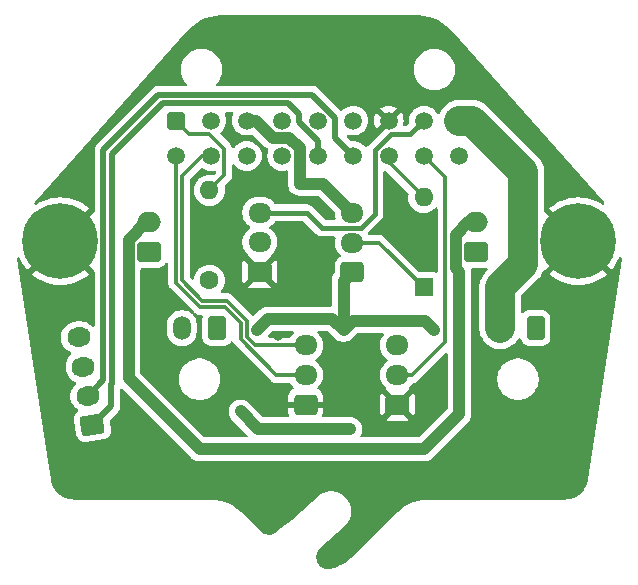
<source format=gtl>
%TF.GenerationSoftware,KiCad,Pcbnew,8.0.8*%
%TF.CreationDate,2025-01-29T22:29:45+01:00*%
%TF.ProjectId,xol-pcb,786f6c2d-7063-4622-9e6b-696361645f70,rev?*%
%TF.SameCoordinates,Original*%
%TF.FileFunction,Copper,L1,Top*%
%TF.FilePolarity,Positive*%
%FSLAX46Y46*%
G04 Gerber Fmt 4.6, Leading zero omitted, Abs format (unit mm)*
G04 Created by KiCad (PCBNEW 8.0.8) date 2025-01-29 22:29:45*
%MOMM*%
%LPD*%
G01*
G04 APERTURE LIST*
G04 Aperture macros list*
%AMRoundRect*
0 Rectangle with rounded corners*
0 $1 Rounding radius*
0 $2 $3 $4 $5 $6 $7 $8 $9 X,Y pos of 4 corners*
0 Add a 4 corners polygon primitive as box body*
4,1,4,$2,$3,$4,$5,$6,$7,$8,$9,$2,$3,0*
0 Add four circle primitives for the rounded corners*
1,1,$1+$1,$2,$3*
1,1,$1+$1,$4,$5*
1,1,$1+$1,$6,$7*
1,1,$1+$1,$8,$9*
0 Add four rect primitives between the rounded corners*
20,1,$1+$1,$2,$3,$4,$5,0*
20,1,$1+$1,$4,$5,$6,$7,0*
20,1,$1+$1,$6,$7,$8,$9,0*
20,1,$1+$1,$8,$9,$2,$3,0*%
%AMHorizOval*
0 Thick line with rounded ends*
0 $1 width*
0 $2 $3 position (X,Y) of the first rounded end (center of the circle)*
0 $4 $5 position (X,Y) of the second rounded end (center of the circle)*
0 Add line between two ends*
20,1,$1,$2,$3,$4,$5,0*
0 Add two circle primitives to create the rounded ends*
1,1,$1,$2,$3*
1,1,$1,$4,$5*%
G04 Aperture macros list end*
%TA.AperFunction,ComponentPad*%
%ADD10RoundRect,0.250001X0.499999X0.759999X-0.499999X0.759999X-0.499999X-0.759999X0.499999X-0.759999X0*%
%TD*%
%TA.AperFunction,ComponentPad*%
%ADD11O,1.500000X2.020000*%
%TD*%
%TA.AperFunction,ComponentPad*%
%ADD12RoundRect,0.250000X0.750000X-0.600000X0.750000X0.600000X-0.750000X0.600000X-0.750000X-0.600000X0*%
%TD*%
%TA.AperFunction,ComponentPad*%
%ADD13O,2.000000X1.700000*%
%TD*%
%TA.AperFunction,ComponentPad*%
%ADD14C,1.600000*%
%TD*%
%TA.AperFunction,ComponentPad*%
%ADD15O,1.600000X1.600000*%
%TD*%
%TA.AperFunction,ComponentPad*%
%ADD16C,6.400000*%
%TD*%
%TA.AperFunction,ComponentPad*%
%ADD17RoundRect,0.250000X0.725000X-0.600000X0.725000X0.600000X-0.725000X0.600000X-0.725000X-0.600000X0*%
%TD*%
%TA.AperFunction,ComponentPad*%
%ADD18O,1.950000X1.700000*%
%TD*%
%TA.AperFunction,ComponentPad*%
%ADD19RoundRect,0.250001X-0.499999X-0.499999X0.499999X-0.499999X0.499999X0.499999X-0.499999X0.499999X0*%
%TD*%
%TA.AperFunction,ComponentPad*%
%ADD20C,1.500000*%
%TD*%
%TA.AperFunction,ComponentPad*%
%ADD21R,1.600000X1.600000*%
%TD*%
%TA.AperFunction,ComponentPad*%
%ADD22RoundRect,0.250000X0.809935X-0.479198X0.622213X0.706028X-0.809935X0.479198X-0.622213X-0.706028X0*%
%TD*%
%TA.AperFunction,ComponentPad*%
%ADD23HorizOval,1.700000X0.123461X0.019554X-0.123461X-0.019554X0*%
%TD*%
%TA.AperFunction,ViaPad*%
%ADD24C,0.800000*%
%TD*%
%TA.AperFunction,Conductor*%
%ADD25C,0.300000*%
%TD*%
%TA.AperFunction,Conductor*%
%ADD26C,0.500000*%
%TD*%
%TA.AperFunction,Conductor*%
%ADD27C,2.500000*%
%TD*%
%TA.AperFunction,Conductor*%
%ADD28C,1.000000*%
%TD*%
%TA.AperFunction,Conductor*%
%ADD29C,0.400000*%
%TD*%
G04 APERTURE END LIST*
D10*
%TO.P,HE1,1,Pin_1*%
%TO.N,HE-*%
X75946000Y-56736000D03*
D11*
%TO.P,HE1,2,Pin_2*%
%TO.N,HE+*%
X72946000Y-56736000D03*
%TD*%
D12*
%TO.P,PCF1,1,Pin_1*%
%TO.N,PCF+*%
X43180000Y-50292000D03*
D13*
%TO.P,PCF1,2,Pin_2*%
%TO.N,PCF-*%
X43180000Y-47792000D03*
%TD*%
D14*
%TO.P,R1,1*%
%TO.N,Net-(RGB1-Pin_2)*%
X48330000Y-52690000D03*
D15*
%TO.P,R1,2*%
%TO.N,RGB*%
X48330000Y-45070000D03*
%TD*%
D10*
%TO.P,TH1,1,Pin_1*%
%TO.N,TH*%
X49000000Y-56736000D03*
D11*
%TO.P,TH1,2,Pin_2*%
%TO.N,TH-*%
X46000000Y-56736000D03*
%TD*%
D16*
%TO.P,H1,1,1*%
%TO.N,GND*%
X79559001Y-49376179D03*
%TD*%
%TO.P,H2,1,1*%
%TO.N,GND*%
X35709001Y-49376179D03*
%TD*%
D17*
%TO.P,AUX1,1,Pin_1*%
%TO.N,GND*%
X64245000Y-63206000D03*
D18*
%TO.P,AUX1,2,Pin_2*%
%TO.N,AUX1*%
X64245000Y-60706000D03*
%TO.P,AUX1,3,Pin_3*%
%TO.N,5V*%
X64245000Y-58206000D03*
%TD*%
D17*
%TO.P,RGB1,1,Pin_1*%
%TO.N,GND*%
X52595000Y-51950000D03*
D18*
%TO.P,RGB1,2,Pin_2*%
%TO.N,Net-(RGB1-Pin_2)*%
X52595000Y-49450000D03*
%TO.P,RGB1,3,Pin_3*%
%TO.N,5V*%
X52595000Y-46950000D03*
%TD*%
D12*
%TO.P,PCF2,1,Pin_1*%
%TO.N,PCF+*%
X70866000Y-50292000D03*
D13*
%TO.P,PCF2,2,Pin_2*%
%TO.N,PCF-*%
X70866000Y-47792000D03*
%TD*%
D19*
%TO.P,J1,1,Pin_1*%
%TO.N,RGB*%
X45500000Y-39161000D03*
D20*
%TO.P,J1,2,Pin_2*%
%TO.N,PCF-*%
X48500000Y-39161000D03*
%TO.P,J1,3,Pin_3*%
%TO.N,HEF-*%
X51500000Y-39161000D03*
%TO.P,J1,4,Pin_4*%
%TO.N,TH-*%
X54500000Y-39161000D03*
%TO.P,J1,5,Pin_5*%
%TO.N,A1*%
X57500000Y-39161000D03*
%TO.P,J1,6,Pin_6*%
%TO.N,A2*%
X60500000Y-39161000D03*
%TO.P,J1,7,Pin_7*%
%TO.N,GND*%
X63500000Y-39161000D03*
%TO.P,J1,8,Pin_8*%
%TO.N,5V*%
X66500000Y-39161000D03*
%TO.P,J1,9,Pin_9*%
%TO.N,HE+*%
X69500000Y-39161000D03*
%TO.P,J1,10,Pin_10*%
%TO.N,AUX2*%
X45500000Y-42161000D03*
%TO.P,J1,11,Pin_11*%
%TO.N,AUX3*%
X48500000Y-42161000D03*
%TO.P,J1,12,Pin_12*%
%TO.N,VALT*%
X51500000Y-42161000D03*
%TO.P,J1,13,Pin_13*%
%TO.N,TH*%
X54500000Y-42161000D03*
%TO.P,J1,14,Pin_14*%
%TO.N,B1*%
X57500000Y-42161000D03*
%TO.P,J1,15,Pin_15*%
%TO.N,B2*%
X60500000Y-42161000D03*
%TO.P,J1,16,Pin_16*%
%TO.N,Net-(D1-A)*%
X63500000Y-42161000D03*
%TO.P,J1,17,Pin_17*%
%TO.N,AUX1*%
X66500000Y-42161000D03*
%TO.P,J1,18,Pin_18*%
%TO.N,HE-*%
X69500000Y-42161000D03*
%TD*%
D17*
%TO.P,HEF1,1,Pin_1*%
%TO.N,HEF+*%
X60440000Y-52000000D03*
D18*
%TO.P,HEF1,2,Pin_2*%
%TO.N,Net-(D1-K)*%
X60440000Y-49500000D03*
%TO.P,HEF1,3,Pin_3*%
%TO.N,HEF-*%
X60440000Y-47000000D03*
%TD*%
D21*
%TO.P,D1,1,K*%
%TO.N,Net-(D1-K)*%
X66470000Y-53290000D03*
D15*
%TO.P,D1,2,A*%
%TO.N,Net-(D1-A)*%
X66470000Y-45670000D03*
%TD*%
D17*
%TO.P,AUX2-3,1,Pin_1*%
%TO.N,GND*%
X56475000Y-63206000D03*
D18*
%TO.P,AUX2-3,2,Pin_2*%
%TO.N,AUX2*%
X56475000Y-60706000D03*
%TO.P,AUX2-3,3,Pin_3*%
%TO.N,AUX3*%
X56475000Y-58206000D03*
%TD*%
D22*
%TO.P,MOTOR1,1,Pin_1*%
%TO.N,B1*%
X38419166Y-64929703D03*
D23*
%TO.P,MOTOR1,2,Pin_2*%
%TO.N,B2*%
X38028080Y-62460482D03*
%TO.P,MOTOR1,3,Pin_3*%
%TO.N,A1*%
X37636994Y-59991261D03*
%TO.P,MOTOR1,4,Pin_4*%
%TO.N,A2*%
X37245908Y-57522040D03*
%TD*%
D24*
%TO.N,HEF+*%
X67310000Y-56896000D03*
X59690000Y-56896000D03*
X52324000Y-56896000D03*
%TO.N,PCF+*%
X50970000Y-63790000D03*
X60263500Y-65286500D03*
%TO.N,GND*%
X74500000Y-64500000D03*
X67210000Y-51180000D03*
X56500000Y-48500000D03*
X65490000Y-47600000D03*
X54102000Y-57404000D03*
X45974000Y-59182000D03*
X52630000Y-54280000D03*
X50500000Y-45000000D03*
%TD*%
D25*
%TO.N,AUX1*%
X68316000Y-43977000D02*
X68316000Y-57910000D01*
X65520000Y-60706000D02*
X64245000Y-60706000D01*
X68316000Y-57910000D02*
X65520000Y-60706000D01*
X66500000Y-42161000D02*
X68316000Y-43977000D01*
%TO.N,Net-(D1-K)*%
X62680000Y-49500000D02*
X66470000Y-53290000D01*
X60440000Y-49500000D02*
X62680000Y-49500000D01*
D26*
%TO.N,B1*%
X38419166Y-64929703D02*
X40000000Y-63348869D01*
X40000000Y-61500000D02*
X40059001Y-61440999D01*
X40059001Y-42000000D02*
X44359001Y-37700000D01*
X57500000Y-40858057D02*
X55900000Y-39258057D01*
X44359001Y-37700000D02*
X55000000Y-37700000D01*
X40059001Y-61440999D02*
X40059001Y-42000000D01*
X40000000Y-63348869D02*
X40000000Y-61500000D01*
X55900000Y-39258057D02*
X55900000Y-38600000D01*
X57500000Y-42161000D02*
X57500000Y-40858057D01*
X55000000Y-37700000D02*
X55900000Y-38600000D01*
D25*
%TO.N,RGB*%
X46600000Y-40261000D02*
X48271000Y-40261000D01*
X49600000Y-41590000D02*
X49600000Y-43800000D01*
X45500000Y-39161000D02*
X46600000Y-40261000D01*
X49600000Y-43800000D02*
X48330000Y-45070000D01*
X48271000Y-40261000D02*
X49600000Y-41590000D01*
D26*
%TO.N,B2*%
X57036057Y-37000000D02*
X59000000Y-38963943D01*
X59000000Y-38963943D02*
X59000000Y-40661000D01*
X59000000Y-40661000D02*
X60500000Y-42161000D01*
X39359001Y-61129561D02*
X39359001Y-41640999D01*
X44000000Y-37000000D02*
X57036057Y-37000000D01*
X38028080Y-62460482D02*
X39359001Y-61129561D01*
X39359001Y-41640999D02*
X44000000Y-37000000D01*
D27*
%TO.N,HE+*%
X74909001Y-51302273D02*
X74909001Y-43509341D01*
X72946000Y-56736000D02*
X72946000Y-53265274D01*
X70560660Y-39161000D02*
X69500000Y-39161000D01*
X72946000Y-53265274D02*
X74909001Y-51302273D01*
X74909001Y-43509341D02*
X70560660Y-39161000D01*
D28*
%TO.N,HEF+*%
X66548000Y-56134000D02*
X67310000Y-56896000D01*
X59690000Y-56896000D02*
X60452000Y-56134000D01*
X59690000Y-56896000D02*
X59690000Y-52750000D01*
X59690000Y-56896000D02*
X58744000Y-55950000D01*
X59690000Y-52750000D02*
X60440000Y-52000000D01*
X53270000Y-55950000D02*
X52324000Y-56896000D01*
X58744000Y-55950000D02*
X53270000Y-55950000D01*
X60452000Y-56134000D02*
X66548000Y-56134000D01*
%TO.N,HEF-*%
X52247666Y-39161000D02*
X53697666Y-40611000D01*
X55100610Y-40611000D02*
X56000000Y-41510390D01*
X56000000Y-41510390D02*
X56000000Y-44525000D01*
X53697666Y-40611000D02*
X55100610Y-40611000D01*
X57965000Y-44525000D02*
X60440000Y-47000000D01*
X56000000Y-44525000D02*
X57965000Y-44525000D01*
X51500000Y-39161000D02*
X52247666Y-39161000D01*
%TO.N,5V*%
X64245000Y-58206000D02*
X63947000Y-58504000D01*
D29*
X56582233Y-47000000D02*
X56532233Y-46950000D01*
X56532233Y-46950000D02*
X52595000Y-46950000D01*
X61150000Y-48250000D02*
X62350000Y-47050000D01*
X62350000Y-41650000D02*
X63689000Y-40311000D01*
X62350000Y-47050000D02*
X62350000Y-41650000D01*
X56582233Y-47000000D02*
X57832233Y-48250000D01*
X63689000Y-40311000D02*
X65350000Y-40311000D01*
X65350000Y-40311000D02*
X66500000Y-39161000D01*
X57832233Y-48250000D02*
X61150000Y-48250000D01*
D28*
%TO.N,PCF+*%
X52466500Y-65286500D02*
X50970000Y-63790000D01*
X60263500Y-65286500D02*
X52466500Y-65286500D01*
%TO.N,PCF-*%
X41480000Y-49291570D02*
X41480000Y-60980000D01*
X47500000Y-67000000D02*
X66500000Y-67000000D01*
X69166000Y-51666000D02*
X69166000Y-48834000D01*
X69500000Y-52000000D02*
X69166000Y-51666000D01*
X70208000Y-47792000D02*
X70866000Y-47792000D01*
X69166000Y-48834000D02*
X70208000Y-47792000D01*
X43180000Y-47792000D02*
X42979570Y-47792000D01*
X41480000Y-60980000D02*
X47500000Y-67000000D01*
X69500000Y-64000000D02*
X69500000Y-52000000D01*
X42979570Y-47792000D02*
X41480000Y-49291570D01*
X66500000Y-67000000D02*
X69500000Y-64000000D01*
D25*
%TO.N,Net-(D1-A)*%
X66470000Y-45670000D02*
X63500000Y-42700000D01*
X63500000Y-42700000D02*
X63500000Y-42161000D01*
%TO.N,AUX2*%
X47562448Y-54972448D02*
X49627552Y-54972448D01*
X53998893Y-60706000D02*
X56475000Y-60706000D01*
X50973999Y-57681106D02*
X53998893Y-60706000D01*
X45500000Y-42161000D02*
X45500000Y-52910000D01*
X49627552Y-54972448D02*
X50973999Y-56318895D01*
X50973999Y-56318895D02*
X50973999Y-57681106D01*
X45500000Y-52910000D02*
X47562448Y-54972448D01*
%TO.N,AUX3*%
X46030000Y-43830000D02*
X47699000Y-42161000D01*
X47699000Y-42161000D02*
X48500000Y-42161000D01*
X47730000Y-54430000D02*
X46000000Y-52700000D01*
X46000000Y-52700000D02*
X46000000Y-43830000D01*
X51473999Y-56526001D02*
X51473999Y-57473999D01*
X52206000Y-58206000D02*
X56475000Y-58206000D01*
X46000000Y-43830000D02*
X46030000Y-43830000D01*
X49792211Y-54430000D02*
X47730000Y-54430000D01*
X51473999Y-57473999D02*
X52206000Y-58206000D01*
X51473999Y-56111788D02*
X49792211Y-54430000D01*
X51473999Y-56526001D02*
X51473999Y-56111788D01*
%TD*%
%TA.AperFunction,Conductor*%
%TO.N,GND*%
G36*
X78338589Y-50418509D02*
G01*
X78516671Y-50596591D01*
X78621577Y-50672810D01*
X77121087Y-52173300D01*
X77121088Y-52173301D01*
X77376492Y-52380124D01*
X77376509Y-52380136D01*
X77702459Y-52591809D01*
X77702465Y-52591813D01*
X78048753Y-52768255D01*
X78048761Y-52768259D01*
X78411586Y-52907534D01*
X78787005Y-53008127D01*
X79170886Y-53068928D01*
X79558995Y-53089268D01*
X79559007Y-53089268D01*
X79947115Y-53068928D01*
X80330996Y-53008127D01*
X80706415Y-52907534D01*
X81069240Y-52768259D01*
X81069248Y-52768255D01*
X81415536Y-52591813D01*
X81415542Y-52591809D01*
X81741502Y-52380129D01*
X81996913Y-52173300D01*
X80496423Y-50672810D01*
X80601331Y-50596591D01*
X80779413Y-50418509D01*
X80855632Y-50313601D01*
X82356122Y-51814091D01*
X82562951Y-51558680D01*
X82774631Y-51232720D01*
X82774635Y-51232714D01*
X82951077Y-50886426D01*
X82951081Y-50886419D01*
X82989684Y-50785853D01*
X83032769Y-50729425D01*
X83099522Y-50705248D01*
X83168750Y-50720999D01*
X83218472Y-50771676D01*
X83232903Y-50841191D01*
X83231886Y-50849928D01*
X80392329Y-69545192D01*
X80391976Y-69547389D01*
X80369656Y-69678676D01*
X80366079Y-69693914D01*
X80288944Y-69949875D01*
X80282584Y-69966584D01*
X80170468Y-70208036D01*
X80161806Y-70223677D01*
X80016640Y-70446835D01*
X80005853Y-70461092D01*
X79830571Y-70661450D01*
X79817874Y-70674037D01*
X79615997Y-70847570D01*
X79601646Y-70858234D01*
X79377230Y-71001452D01*
X79361514Y-71009976D01*
X79119103Y-71119982D01*
X79102340Y-71126197D01*
X78846783Y-71200791D01*
X78829308Y-71204570D01*
X78564681Y-71242397D01*
X78549057Y-71243646D01*
X78419650Y-71245911D01*
X78415920Y-71245977D01*
X78413716Y-71245996D01*
X66947705Y-71245996D01*
X66751315Y-71248335D01*
X66751313Y-71248335D01*
X66360429Y-71286834D01*
X66360424Y-71286834D01*
X66360423Y-71286835D01*
X66298551Y-71299141D01*
X65975195Y-71363459D01*
X65599318Y-71477479D01*
X65599308Y-71477482D01*
X65236425Y-71627793D01*
X64890021Y-71812948D01*
X64890006Y-71812957D01*
X64563436Y-72031164D01*
X64563431Y-72031167D01*
X64563431Y-72031168D01*
X64563362Y-72031225D01*
X64259799Y-72280351D01*
X64119259Y-72417591D01*
X60463053Y-76073797D01*
X60461884Y-76074952D01*
X60313319Y-76219692D01*
X60304463Y-76227544D01*
X59980964Y-76488282D01*
X59970033Y-76496166D01*
X59621239Y-76720408D01*
X59609529Y-76727080D01*
X59238763Y-76912793D01*
X59226407Y-76918175D01*
X58837172Y-77063506D01*
X58825901Y-77067121D01*
X58627209Y-77120695D01*
X58622588Y-77121848D01*
X58535169Y-77141908D01*
X58512459Y-77144981D01*
X58330137Y-77152905D01*
X58304164Y-77151345D01*
X58125650Y-77121906D01*
X58100552Y-77115044D01*
X57931897Y-77049569D01*
X57908742Y-77037698D01*
X57757128Y-76938973D01*
X57736906Y-76922598D01*
X57608806Y-76794837D01*
X57592378Y-76774659D01*
X57493250Y-76623308D01*
X57481318Y-76600186D01*
X57440616Y-76496166D01*
X57415392Y-76431702D01*
X57408464Y-76406624D01*
X57378551Y-76228190D01*
X57376922Y-76202221D01*
X57384298Y-76021446D01*
X57388035Y-75995711D01*
X57432390Y-75820290D01*
X57441332Y-75795875D01*
X57520771Y-75633307D01*
X57534540Y-75611246D01*
X57646659Y-75467203D01*
X57662275Y-75450516D01*
X57731048Y-75389259D01*
X59835941Y-73449850D01*
X59928409Y-73353406D01*
X60085205Y-73137087D01*
X60206230Y-72898904D01*
X60288506Y-72644720D01*
X60330007Y-72380795D01*
X60329709Y-72113627D01*
X60287622Y-71849795D01*
X60204780Y-71595795D01*
X60204779Y-71595791D01*
X60083231Y-71357893D01*
X60083228Y-71357889D01*
X60083225Y-71357882D01*
X59968825Y-71200791D01*
X59925950Y-71141915D01*
X59925946Y-71141911D01*
X59736836Y-70953217D01*
X59736827Y-70953209D01*
X59736823Y-70953205D01*
X59736820Y-70953203D01*
X59736818Y-70953201D01*
X59520507Y-70796408D01*
X59520508Y-70796408D01*
X59516812Y-70794530D01*
X59282324Y-70675378D01*
X59202791Y-70649633D01*
X59028144Y-70593099D01*
X58764218Y-70551595D01*
X58764217Y-70551595D01*
X58719689Y-70551644D01*
X58497045Y-70551889D01*
X58233215Y-70593973D01*
X57979215Y-70676811D01*
X57741304Y-70798360D01*
X57741299Y-70798363D01*
X57525332Y-70955634D01*
X57429105Y-71048362D01*
X57024943Y-71449688D01*
X57021979Y-71452537D01*
X56188070Y-72228227D01*
X56184573Y-72231360D01*
X55322586Y-72975239D01*
X55318976Y-72978239D01*
X54429631Y-73689688D01*
X54426378Y-73692204D01*
X53971647Y-74032247D01*
X53968789Y-74034322D01*
X53896336Y-74085399D01*
X53876740Y-74096726D01*
X53714105Y-74172137D01*
X53689938Y-74180484D01*
X53516880Y-74221170D01*
X53491526Y-74224466D01*
X53313814Y-74229379D01*
X53288317Y-74227489D01*
X53113274Y-74196427D01*
X53088683Y-74189429D01*
X52923509Y-74123669D01*
X52900837Y-74111850D01*
X52751080Y-74013272D01*
X52733405Y-73999214D01*
X52669037Y-73937835D01*
X52666895Y-73935743D01*
X51148733Y-72417582D01*
X51008162Y-72280408D01*
X51008157Y-72280404D01*
X51008153Y-72280400D01*
X50704530Y-72031225D01*
X50695943Y-72025487D01*
X50377949Y-71813010D01*
X50031547Y-71627856D01*
X49668668Y-71477546D01*
X49426961Y-71404226D01*
X49292801Y-71363530D01*
X49292797Y-71363529D01*
X49292790Y-71363527D01*
X48907574Y-71286904D01*
X48907569Y-71286903D01*
X48907564Y-71286902D01*
X48907554Y-71286901D01*
X48516700Y-71248406D01*
X48516697Y-71248405D01*
X48462129Y-71247735D01*
X48320293Y-71245996D01*
X48320254Y-71245996D01*
X36854247Y-71245996D01*
X36852068Y-71245977D01*
X36718960Y-71243674D01*
X36703309Y-71242425D01*
X36438694Y-71204589D01*
X36421222Y-71200811D01*
X36165665Y-71126209D01*
X36148902Y-71119994D01*
X35906486Y-71009979D01*
X35890772Y-71001455D01*
X35666361Y-70858235D01*
X35652011Y-70847572D01*
X35450131Y-70674036D01*
X35437435Y-70661450D01*
X35262148Y-70461090D01*
X35251361Y-70446835D01*
X35106185Y-70223667D01*
X35097530Y-70208036D01*
X34985410Y-69966591D01*
X34979049Y-69949883D01*
X34901906Y-69693927D01*
X34898326Y-69678668D01*
X34876023Y-69547374D01*
X34875672Y-69545194D01*
X34642269Y-68008500D01*
X32036117Y-50849932D01*
X32045663Y-50779580D01*
X32091728Y-50725557D01*
X32159688Y-50705015D01*
X32227966Y-50724476D01*
X32274883Y-50777761D01*
X32278319Y-50785857D01*
X32316920Y-50886418D01*
X32316924Y-50886426D01*
X32493366Y-51232714D01*
X32493370Y-51232720D01*
X32705043Y-51558670D01*
X32705055Y-51558687D01*
X32911877Y-51814090D01*
X32911878Y-51814091D01*
X34412368Y-50313600D01*
X34488589Y-50418509D01*
X34666671Y-50596591D01*
X34771577Y-50672810D01*
X33271087Y-52173300D01*
X33271088Y-52173301D01*
X33526492Y-52380124D01*
X33526509Y-52380136D01*
X33852459Y-52591809D01*
X33852465Y-52591813D01*
X34198753Y-52768255D01*
X34198761Y-52768259D01*
X34561586Y-52907534D01*
X34937005Y-53008127D01*
X35320886Y-53068928D01*
X35708995Y-53089268D01*
X35709007Y-53089268D01*
X36097115Y-53068928D01*
X36480996Y-53008127D01*
X36856415Y-52907534D01*
X37219240Y-52768259D01*
X37219248Y-52768255D01*
X37565536Y-52591813D01*
X37565542Y-52591809D01*
X37891502Y-52380129D01*
X38146913Y-52173300D01*
X36646423Y-50672810D01*
X36751331Y-50596591D01*
X36929413Y-50418509D01*
X37005632Y-50313601D01*
X38520653Y-51828622D01*
X38536976Y-51832499D01*
X38586215Y-51883646D01*
X38600501Y-51941920D01*
X38600501Y-56508217D01*
X38580499Y-56576338D01*
X38526843Y-56622831D01*
X38456569Y-56632935D01*
X38391989Y-56603441D01*
X38385406Y-56597312D01*
X38254381Y-56466287D01*
X38254377Y-56466284D01*
X38254375Y-56466282D01*
X38081382Y-56340594D01*
X37890855Y-56243515D01*
X37890854Y-56243514D01*
X37890851Y-56243513D01*
X37687492Y-56177438D01*
X37687490Y-56177437D01*
X37687488Y-56177437D01*
X37476289Y-56143986D01*
X37262456Y-56143986D01*
X36804334Y-56216544D01*
X36804332Y-56216544D01*
X36804329Y-56216545D01*
X36600962Y-56282623D01*
X36410444Y-56379695D01*
X36237443Y-56505387D01*
X36237440Y-56505389D01*
X36086248Y-56656581D01*
X35960555Y-56829581D01*
X35863474Y-57020111D01*
X35797399Y-57223470D01*
X35763947Y-57434677D01*
X35763947Y-57546544D01*
X35763947Y-57648507D01*
X35790908Y-57818739D01*
X35797398Y-57859711D01*
X35863476Y-58063078D01*
X35960548Y-58253596D01*
X35960551Y-58253601D01*
X36086238Y-58426595D01*
X36086240Y-58426597D01*
X36086242Y-58426600D01*
X36237434Y-58577792D01*
X36237437Y-58577794D01*
X36237441Y-58577798D01*
X36410434Y-58703486D01*
X36580001Y-58789885D01*
X36631614Y-58838631D01*
X36648680Y-58907546D01*
X36625779Y-58974748D01*
X36611892Y-58991245D01*
X36477332Y-59125805D01*
X36351641Y-59298802D01*
X36254560Y-59489332D01*
X36188485Y-59692691D01*
X36155033Y-59903898D01*
X36155033Y-60027498D01*
X36155033Y-60117728D01*
X36180751Y-60280112D01*
X36188484Y-60328932D01*
X36254562Y-60532299D01*
X36351634Y-60722817D01*
X36351637Y-60722822D01*
X36477324Y-60895816D01*
X36477326Y-60895818D01*
X36477328Y-60895821D01*
X36628520Y-61047013D01*
X36628523Y-61047015D01*
X36628527Y-61047019D01*
X36801520Y-61172707D01*
X36971087Y-61259106D01*
X37022700Y-61307852D01*
X37039766Y-61376767D01*
X37016865Y-61443969D01*
X37002978Y-61460466D01*
X36868418Y-61595026D01*
X36742727Y-61768023D01*
X36645646Y-61958553D01*
X36579571Y-62161912D01*
X36546119Y-62373119D01*
X36546119Y-62514608D01*
X36546119Y-62586949D01*
X36566741Y-62717157D01*
X36579570Y-62798153D01*
X36645648Y-63001520D01*
X36742720Y-63192038D01*
X36742723Y-63192043D01*
X36868410Y-63365037D01*
X36868412Y-63365039D01*
X36868414Y-63365042D01*
X37019610Y-63516238D01*
X37019613Y-63516240D01*
X37168706Y-63624564D01*
X37212060Y-63680786D01*
X37218135Y-63751522D01*
X37185003Y-63814313D01*
X37176755Y-63822071D01*
X37047703Y-63932945D01*
X36943481Y-64076393D01*
X36875149Y-64240012D01*
X36846394Y-64414972D01*
X36846394Y-64414974D01*
X36846394Y-64414976D01*
X36851273Y-64503147D01*
X36852163Y-64519238D01*
X37055699Y-65804310D01*
X37082428Y-65905242D01*
X37082434Y-65905259D01*
X37163842Y-66062760D01*
X37163844Y-66062762D01*
X37163846Y-66062766D01*
X37279393Y-66197260D01*
X37422841Y-66301481D01*
X37586459Y-66369812D01*
X37761423Y-66398568D01*
X37865685Y-66392800D01*
X39397678Y-66150155D01*
X39498621Y-66123423D01*
X39498629Y-66123419D01*
X39656131Y-66042011D01*
X39656132Y-66042009D01*
X39656136Y-66042008D01*
X39790630Y-65926460D01*
X39894851Y-65783013D01*
X39963182Y-65619395D01*
X39991938Y-65444430D01*
X39986169Y-65340168D01*
X39872501Y-64622499D01*
X39881601Y-64552089D01*
X39907852Y-64513696D01*
X40589166Y-63832384D01*
X40672174Y-63708153D01*
X40729351Y-63570116D01*
X40758500Y-63423574D01*
X40758500Y-63274164D01*
X40758500Y-61988924D01*
X40778502Y-61920803D01*
X40832158Y-61874310D01*
X40902432Y-61864206D01*
X40967012Y-61893700D01*
X40973594Y-61899828D01*
X46857119Y-67783354D01*
X47022297Y-67893722D01*
X47129809Y-67938254D01*
X47205831Y-67969744D01*
X47400671Y-68008500D01*
X47400672Y-68008500D01*
X66599328Y-68008500D01*
X66599329Y-68008500D01*
X66794169Y-67969744D01*
X66977704Y-67893721D01*
X67142881Y-67783353D01*
X67283353Y-67642881D01*
X67283352Y-67642881D01*
X67342866Y-67583367D01*
X67342865Y-67583367D01*
X70283354Y-64642881D01*
X70393722Y-64477703D01*
X70469744Y-64294168D01*
X70475009Y-64267703D01*
X70475891Y-64263271D01*
X70508499Y-64099334D01*
X70508500Y-64099327D01*
X70508500Y-60941263D01*
X72695500Y-60941263D01*
X72695500Y-61170736D01*
X72725450Y-61398231D01*
X72730750Y-61418012D01*
X72784842Y-61619887D01*
X72872656Y-61831888D01*
X72872657Y-61831889D01*
X72872662Y-61831900D01*
X72987386Y-62030608D01*
X72987391Y-62030615D01*
X73127073Y-62212652D01*
X73127092Y-62212673D01*
X73289326Y-62374907D01*
X73289347Y-62374926D01*
X73471384Y-62514608D01*
X73471391Y-62514613D01*
X73670099Y-62629337D01*
X73670103Y-62629338D01*
X73670112Y-62629344D01*
X73882113Y-62717158D01*
X74103762Y-62776548D01*
X74103766Y-62776548D01*
X74103768Y-62776549D01*
X74162398Y-62784267D01*
X74331266Y-62806500D01*
X74331273Y-62806500D01*
X74560727Y-62806500D01*
X74560734Y-62806500D01*
X74766345Y-62779430D01*
X74788231Y-62776549D01*
X74788231Y-62776548D01*
X74788238Y-62776548D01*
X75009887Y-62717158D01*
X75221888Y-62629344D01*
X75420612Y-62514611D01*
X75602661Y-62374919D01*
X75764919Y-62212661D01*
X75904611Y-62030612D01*
X76019344Y-61831888D01*
X76107158Y-61619887D01*
X76166548Y-61398238D01*
X76196500Y-61170734D01*
X76196500Y-60941266D01*
X76166548Y-60713762D01*
X76107158Y-60492113D01*
X76019344Y-60280112D01*
X76019338Y-60280103D01*
X76019337Y-60280099D01*
X75904613Y-60081391D01*
X75904608Y-60081384D01*
X75764926Y-59899347D01*
X75764907Y-59899326D01*
X75602673Y-59737092D01*
X75602652Y-59737073D01*
X75420615Y-59597391D01*
X75420608Y-59597386D01*
X75221900Y-59482662D01*
X75221892Y-59482658D01*
X75221888Y-59482656D01*
X75009887Y-59394842D01*
X74788238Y-59335452D01*
X74788231Y-59335450D01*
X74560736Y-59305500D01*
X74560734Y-59305500D01*
X74331266Y-59305500D01*
X74331263Y-59305500D01*
X74103768Y-59335450D01*
X73882113Y-59394842D01*
X73674055Y-59481023D01*
X73670110Y-59482657D01*
X73670099Y-59482662D01*
X73471391Y-59597386D01*
X73471384Y-59597391D01*
X73289347Y-59737073D01*
X73289326Y-59737092D01*
X73127092Y-59899326D01*
X73127073Y-59899347D01*
X72987391Y-60081384D01*
X72987386Y-60081391D01*
X72872662Y-60280099D01*
X72872657Y-60280110D01*
X72784842Y-60492113D01*
X72725450Y-60713768D01*
X72695500Y-60941263D01*
X70508500Y-60941263D01*
X70508500Y-51900672D01*
X70508499Y-51900668D01*
X70505113Y-51883646D01*
X70488690Y-51801079D01*
X70495018Y-51730367D01*
X70538572Y-51674299D01*
X70605524Y-51650680D01*
X70612269Y-51650499D01*
X71666544Y-51650499D01*
X71767888Y-51640146D01*
X71837689Y-51653122D01*
X71889394Y-51701775D01*
X71906587Y-51770658D01*
X71883810Y-51837902D01*
X71869789Y-51854589D01*
X71621055Y-52103323D01*
X71621047Y-52103332D01*
X71528665Y-52223728D01*
X71513268Y-52243796D01*
X71491399Y-52272296D01*
X71480721Y-52286212D01*
X71365468Y-52485835D01*
X71365463Y-52485844D01*
X71307018Y-52626945D01*
X71277252Y-52698806D01*
X71262349Y-52754426D01*
X71217587Y-52921479D01*
X71187500Y-53150013D01*
X71187500Y-56851260D01*
X71217587Y-57079794D01*
X71217588Y-57079800D01*
X71217589Y-57079802D01*
X71277251Y-57302464D01*
X71365465Y-57515433D01*
X71365466Y-57515434D01*
X71365471Y-57515444D01*
X71460106Y-57679355D01*
X71480724Y-57715066D01*
X71590887Y-57858634D01*
X71621053Y-57897947D01*
X71621062Y-57897957D01*
X71784042Y-58060937D01*
X71784052Y-58060946D01*
X71784053Y-58060947D01*
X71966934Y-58201276D01*
X72166567Y-58316535D01*
X72379536Y-58404749D01*
X72602198Y-58464411D01*
X72602204Y-58464411D01*
X72602205Y-58464412D01*
X72628425Y-58467863D01*
X72830742Y-58494500D01*
X72830749Y-58494500D01*
X73061251Y-58494500D01*
X73061258Y-58494500D01*
X73289802Y-58464411D01*
X73512464Y-58404749D01*
X73725433Y-58316535D01*
X73925066Y-58201276D01*
X74107947Y-58060947D01*
X74270947Y-57897947D01*
X74411276Y-57715066D01*
X74466856Y-57618798D01*
X74518238Y-57569806D01*
X74587952Y-57556370D01*
X74653863Y-57582756D01*
X74695045Y-57640588D01*
X74696060Y-57644229D01*
X74698112Y-57650424D01*
X74698113Y-57650425D01*
X74753885Y-57818738D01*
X74838507Y-57955930D01*
X74846970Y-57969651D01*
X74846975Y-57969657D01*
X74972342Y-58095024D01*
X74972348Y-58095029D01*
X74972349Y-58095030D01*
X75123262Y-58188115D01*
X75291575Y-58243887D01*
X75319906Y-58246781D01*
X75395448Y-58254500D01*
X75395456Y-58254500D01*
X76496552Y-58254500D01*
X76565798Y-58247424D01*
X76600425Y-58243887D01*
X76768738Y-58188115D01*
X76919651Y-58095030D01*
X77045030Y-57969651D01*
X77138115Y-57818738D01*
X77193887Y-57650425D01*
X77197424Y-57615798D01*
X77204500Y-57546552D01*
X77204500Y-55925447D01*
X77193887Y-55821578D01*
X77193887Y-55821575D01*
X77138115Y-55653262D01*
X77045030Y-55502349D01*
X77045029Y-55502348D01*
X77045024Y-55502342D01*
X76919657Y-55376975D01*
X76919651Y-55376970D01*
X76810595Y-55309703D01*
X76768738Y-55283885D01*
X76600425Y-55228113D01*
X76600423Y-55228112D01*
X76600421Y-55228112D01*
X76496552Y-55217500D01*
X76496544Y-55217500D01*
X75395456Y-55217500D01*
X75395448Y-55217500D01*
X75291578Y-55228112D01*
X75123262Y-55283885D01*
X75123260Y-55283886D01*
X74972348Y-55376970D01*
X74972342Y-55376975D01*
X74919595Y-55429723D01*
X74857283Y-55463749D01*
X74786468Y-55458684D01*
X74729632Y-55416137D01*
X74704821Y-55349617D01*
X74704500Y-55340628D01*
X74704500Y-54045858D01*
X74724502Y-53977737D01*
X74741405Y-53956763D01*
X76233938Y-52464230D01*
X76233948Y-52464220D01*
X76374277Y-52281339D01*
X76489536Y-52081706D01*
X76573990Y-51877814D01*
X76618537Y-51822536D01*
X76685901Y-51800115D01*
X76735175Y-51812691D01*
X76761878Y-51814091D01*
X78262368Y-50313600D01*
X78338589Y-50418509D01*
G37*
%TD.AperFunction*%
%TA.AperFunction,Conductor*%
G36*
X44796236Y-51206612D02*
G01*
X44835718Y-51265618D01*
X44841500Y-51303348D01*
X44841500Y-52974860D01*
X44866806Y-53102077D01*
X44866807Y-53102080D01*
X44886663Y-53150016D01*
X44916445Y-53221917D01*
X44988509Y-53329769D01*
X44988513Y-53329773D01*
X46985812Y-55327072D01*
X47019838Y-55389384D01*
X47014773Y-55460199D01*
X47011325Y-55464804D01*
X47070010Y-55452913D01*
X47136169Y-55478671D01*
X47139161Y-55481051D01*
X47142669Y-55483929D01*
X47142679Y-55483939D01*
X47250531Y-55556003D01*
X47370371Y-55605642D01*
X47497591Y-55630948D01*
X47497592Y-55630948D01*
X47627305Y-55630948D01*
X47640791Y-55630948D01*
X47708912Y-55650950D01*
X47755405Y-55704606D01*
X47765509Y-55774880D01*
X47760397Y-55796572D01*
X47753828Y-55816399D01*
X47752112Y-55821578D01*
X47741500Y-55925447D01*
X47741500Y-57546552D01*
X47741499Y-57546552D01*
X47752112Y-57650421D01*
X47752112Y-57650423D01*
X47752113Y-57650425D01*
X47807885Y-57818738D01*
X47892507Y-57955930D01*
X47900970Y-57969651D01*
X47900975Y-57969657D01*
X48026342Y-58095024D01*
X48026348Y-58095029D01*
X48026349Y-58095030D01*
X48177262Y-58188115D01*
X48345575Y-58243887D01*
X48373906Y-58246781D01*
X48449448Y-58254500D01*
X48449456Y-58254500D01*
X49550552Y-58254500D01*
X49619798Y-58247424D01*
X49654425Y-58243887D01*
X49822738Y-58188115D01*
X49973651Y-58095030D01*
X50099030Y-57969651D01*
X50138222Y-57906110D01*
X50191007Y-57858634D01*
X50261082Y-57847231D01*
X50326198Y-57875524D01*
X50361870Y-57924040D01*
X50390444Y-57993023D01*
X50462508Y-58100875D01*
X50462512Y-58100879D01*
X53579116Y-61217484D01*
X53579119Y-61217486D01*
X53579124Y-61217491D01*
X53663948Y-61274168D01*
X53686976Y-61289555D01*
X53806816Y-61339194D01*
X53934036Y-61364500D01*
X55085029Y-61364500D01*
X55153150Y-61384502D01*
X55186965Y-61416439D01*
X55188106Y-61418009D01*
X55313794Y-61591004D01*
X55313796Y-61591006D01*
X55313798Y-61591009D01*
X55444468Y-61721679D01*
X55478494Y-61783991D01*
X55473429Y-61854806D01*
X55430882Y-61911642D01*
X55421520Y-61918015D01*
X55276660Y-62007365D01*
X55276654Y-62007370D01*
X55151370Y-62132654D01*
X55151365Y-62132660D01*
X55058342Y-62283474D01*
X55002606Y-62451678D01*
X55002605Y-62451681D01*
X54992000Y-62555483D01*
X54992000Y-62952000D01*
X56073164Y-62952000D01*
X56032370Y-63022657D01*
X56000000Y-63143465D01*
X56000000Y-63268535D01*
X56032370Y-63389343D01*
X56073164Y-63460000D01*
X54992000Y-63460000D01*
X54992000Y-63856516D01*
X55002605Y-63960318D01*
X55002607Y-63960330D01*
X55052988Y-64112367D01*
X55055429Y-64183322D01*
X55019121Y-64244332D01*
X54955592Y-64276027D01*
X54933384Y-64278000D01*
X52936425Y-64278000D01*
X52868304Y-64257998D01*
X52847330Y-64241095D01*
X51612883Y-63006649D01*
X51612881Y-63006647D01*
X51447704Y-62896279D01*
X51264168Y-62820256D01*
X51069331Y-62781500D01*
X51069329Y-62781500D01*
X50870671Y-62781500D01*
X50870668Y-62781500D01*
X50675831Y-62820256D01*
X50675826Y-62820258D01*
X50492296Y-62896279D01*
X50327123Y-63006644D01*
X50327116Y-63006649D01*
X50186649Y-63147116D01*
X50186644Y-63147123D01*
X50076279Y-63312296D01*
X50000258Y-63495826D01*
X50000256Y-63495831D01*
X49961500Y-63690668D01*
X49961500Y-63889331D01*
X49975621Y-63960321D01*
X50000256Y-64084168D01*
X50076279Y-64267704D01*
X50186647Y-64432881D01*
X50186649Y-64432883D01*
X51530170Y-65776405D01*
X51564196Y-65838717D01*
X51559131Y-65909533D01*
X51516584Y-65966368D01*
X51450064Y-65991179D01*
X51441075Y-65991500D01*
X47969925Y-65991500D01*
X47901804Y-65971498D01*
X47880830Y-65954595D01*
X42867498Y-60941263D01*
X45749500Y-60941263D01*
X45749500Y-61170736D01*
X45779450Y-61398231D01*
X45784750Y-61418012D01*
X45838842Y-61619887D01*
X45926656Y-61831888D01*
X45926657Y-61831889D01*
X45926662Y-61831900D01*
X46041386Y-62030608D01*
X46041391Y-62030615D01*
X46181073Y-62212652D01*
X46181092Y-62212673D01*
X46343326Y-62374907D01*
X46343347Y-62374926D01*
X46525384Y-62514608D01*
X46525391Y-62514613D01*
X46724099Y-62629337D01*
X46724103Y-62629338D01*
X46724112Y-62629344D01*
X46936113Y-62717158D01*
X47157762Y-62776548D01*
X47157766Y-62776548D01*
X47157768Y-62776549D01*
X47216398Y-62784267D01*
X47385266Y-62806500D01*
X47385273Y-62806500D01*
X47614727Y-62806500D01*
X47614734Y-62806500D01*
X47820345Y-62779430D01*
X47842231Y-62776549D01*
X47842231Y-62776548D01*
X47842238Y-62776548D01*
X48063887Y-62717158D01*
X48275888Y-62629344D01*
X48474612Y-62514611D01*
X48656661Y-62374919D01*
X48818919Y-62212661D01*
X48958611Y-62030612D01*
X49073344Y-61831888D01*
X49161158Y-61619887D01*
X49220548Y-61398238D01*
X49250500Y-61170734D01*
X49250500Y-60941266D01*
X49220548Y-60713762D01*
X49161158Y-60492113D01*
X49073344Y-60280112D01*
X49073338Y-60280103D01*
X49073337Y-60280099D01*
X48958613Y-60081391D01*
X48958608Y-60081384D01*
X48818926Y-59899347D01*
X48818907Y-59899326D01*
X48656673Y-59737092D01*
X48656652Y-59737073D01*
X48474615Y-59597391D01*
X48474608Y-59597386D01*
X48275900Y-59482662D01*
X48275892Y-59482658D01*
X48275888Y-59482656D01*
X48063887Y-59394842D01*
X47842238Y-59335452D01*
X47842231Y-59335450D01*
X47614736Y-59305500D01*
X47614734Y-59305500D01*
X47385266Y-59305500D01*
X47385263Y-59305500D01*
X47157768Y-59335450D01*
X46936113Y-59394842D01*
X46728055Y-59481023D01*
X46724110Y-59482657D01*
X46724099Y-59482662D01*
X46525391Y-59597386D01*
X46525384Y-59597391D01*
X46343347Y-59737073D01*
X46343326Y-59737092D01*
X46181092Y-59899326D01*
X46181073Y-59899347D01*
X46041391Y-60081384D01*
X46041386Y-60081391D01*
X45926662Y-60280099D01*
X45926657Y-60280110D01*
X45838842Y-60492113D01*
X45779450Y-60713768D01*
X45749500Y-60941263D01*
X42867498Y-60941263D01*
X42525405Y-60599170D01*
X42491379Y-60536858D01*
X42488500Y-60510075D01*
X42488500Y-56376954D01*
X44741500Y-56376954D01*
X44741500Y-57095046D01*
X44772488Y-57290700D01*
X44833702Y-57479097D01*
X44923634Y-57655598D01*
X44923636Y-57655601D01*
X45040071Y-57815860D01*
X45180139Y-57955928D01*
X45217270Y-57982905D01*
X45340402Y-58072366D01*
X45516903Y-58162298D01*
X45705300Y-58223512D01*
X45900954Y-58254500D01*
X45900957Y-58254500D01*
X46099043Y-58254500D01*
X46099046Y-58254500D01*
X46294700Y-58223512D01*
X46483097Y-58162298D01*
X46659598Y-58072366D01*
X46819858Y-57955930D01*
X46959930Y-57815858D01*
X47076366Y-57655598D01*
X47166298Y-57479097D01*
X47227512Y-57290700D01*
X47258500Y-57095046D01*
X47258500Y-56376954D01*
X47227512Y-56181300D01*
X47166298Y-55992903D01*
X47076366Y-55816402D01*
X47061964Y-55796580D01*
X46995141Y-55704606D01*
X46959930Y-55656142D01*
X46959927Y-55656139D01*
X46957292Y-55652512D01*
X46933434Y-55585645D01*
X46947219Y-55526362D01*
X46905706Y-55541846D01*
X46836332Y-55526755D01*
X46822656Y-55518103D01*
X46659601Y-55399636D01*
X46659600Y-55399635D01*
X46659598Y-55399634D01*
X46483097Y-55309702D01*
X46294700Y-55248488D01*
X46099046Y-55217500D01*
X45900954Y-55217500D01*
X45705300Y-55248488D01*
X45705297Y-55248488D01*
X45705296Y-55248489D01*
X45516903Y-55309702D01*
X45516901Y-55309703D01*
X45340398Y-55399636D01*
X45180139Y-55516071D01*
X45040071Y-55656139D01*
X44923636Y-55816398D01*
X44923634Y-55816402D01*
X44833702Y-55992903D01*
X44772488Y-56181300D01*
X44741500Y-56376954D01*
X42488500Y-56376954D01*
X42488500Y-51776499D01*
X42508502Y-51708378D01*
X42562158Y-51661885D01*
X42614500Y-51650499D01*
X43980544Y-51650499D01*
X44084426Y-51639887D01*
X44252738Y-51584115D01*
X44403652Y-51491030D01*
X44529030Y-51365652D01*
X44608260Y-51237199D01*
X44661045Y-51189723D01*
X44731120Y-51178320D01*
X44796236Y-51206612D01*
G37*
%TD.AperFunction*%
%TA.AperFunction,Conductor*%
G36*
X58342197Y-56978502D02*
G01*
X58363171Y-56995405D01*
X58906647Y-57538881D01*
X59047119Y-57679353D01*
X59212296Y-57789721D01*
X59395831Y-57865744D01*
X59590671Y-57904500D01*
X59590672Y-57904500D01*
X59789328Y-57904500D01*
X59789329Y-57904500D01*
X59984169Y-57865744D01*
X60167704Y-57789721D01*
X60332881Y-57679353D01*
X60473353Y-57538881D01*
X60473352Y-57538881D01*
X60832831Y-57179404D01*
X60895143Y-57145379D01*
X60921926Y-57142500D01*
X62966190Y-57142500D01*
X63034311Y-57162502D01*
X63080804Y-57216158D01*
X63090908Y-57286432D01*
X63068126Y-57342561D01*
X62958108Y-57493987D01*
X62861029Y-57684515D01*
X62861026Y-57684521D01*
X62794952Y-57887878D01*
X62794951Y-57887883D01*
X62794951Y-57887884D01*
X62761500Y-58099084D01*
X62761500Y-58312916D01*
X62794951Y-58524116D01*
X62794952Y-58524121D01*
X62853231Y-58703486D01*
X62861028Y-58727483D01*
X62958106Y-58918009D01*
X63083794Y-59091004D01*
X63083796Y-59091006D01*
X63083798Y-59091009D01*
X63234990Y-59242201D01*
X63234993Y-59242203D01*
X63234996Y-59242206D01*
X63312894Y-59298802D01*
X63388955Y-59354064D01*
X63432309Y-59410286D01*
X63438384Y-59481023D01*
X63405252Y-59543814D01*
X63388955Y-59557936D01*
X63234993Y-59669796D01*
X63234990Y-59669798D01*
X63083798Y-59820990D01*
X63083796Y-59820993D01*
X62958108Y-59993987D01*
X62861029Y-60184515D01*
X62861026Y-60184521D01*
X62794952Y-60387878D01*
X62794951Y-60387883D01*
X62794951Y-60387884D01*
X62761500Y-60599084D01*
X62761500Y-60812916D01*
X62781829Y-60941266D01*
X62794952Y-61024121D01*
X62857781Y-61217491D01*
X62861028Y-61227483D01*
X62958106Y-61418009D01*
X63083794Y-61591004D01*
X63083796Y-61591006D01*
X63083798Y-61591009D01*
X63234990Y-61742201D01*
X63234993Y-61742203D01*
X63234996Y-61742206D01*
X63237839Y-61744272D01*
X63238659Y-61745334D01*
X63238758Y-61745419D01*
X63238740Y-61745439D01*
X63281193Y-61800493D01*
X63287270Y-61871229D01*
X63286383Y-61875265D01*
X63283909Y-61885700D01*
X64140463Y-62742254D01*
X64061657Y-62763370D01*
X63953343Y-62825905D01*
X63864905Y-62914343D01*
X63802370Y-63022657D01*
X63781254Y-63101463D01*
X62879814Y-62200023D01*
X62828342Y-62283474D01*
X62772606Y-62451678D01*
X62772605Y-62451681D01*
X62762000Y-62555483D01*
X62762000Y-63856516D01*
X62772605Y-63960318D01*
X62772606Y-63960321D01*
X62828344Y-64128529D01*
X62879813Y-64211974D01*
X62879814Y-64211975D01*
X63781253Y-63310535D01*
X63802370Y-63389343D01*
X63864905Y-63497657D01*
X63953343Y-63586095D01*
X64061657Y-63648630D01*
X64140462Y-63669745D01*
X63283909Y-64526298D01*
X63283910Y-64526299D01*
X63365669Y-64553392D01*
X63365681Y-64553394D01*
X63469483Y-64563999D01*
X63469483Y-64564000D01*
X65020517Y-64564000D01*
X65020516Y-64563999D01*
X65124318Y-64553394D01*
X65124330Y-64553392D01*
X65206089Y-64526299D01*
X65206090Y-64526298D01*
X64349537Y-63669745D01*
X64428343Y-63648630D01*
X64536657Y-63586095D01*
X64625095Y-63497657D01*
X64687630Y-63389343D01*
X64708746Y-63310536D01*
X65610184Y-64211974D01*
X65610185Y-64211974D01*
X65661655Y-64128529D01*
X65661656Y-64128527D01*
X65717393Y-63960321D01*
X65717394Y-63960318D01*
X65727999Y-63856516D01*
X65728000Y-63856516D01*
X65728000Y-62555483D01*
X65717394Y-62451681D01*
X65717393Y-62451678D01*
X65661656Y-62283472D01*
X65610185Y-62200024D01*
X65610184Y-62200023D01*
X64708745Y-63101462D01*
X64687630Y-63022657D01*
X64625095Y-62914343D01*
X64536657Y-62825905D01*
X64428343Y-62763370D01*
X64349536Y-62742254D01*
X65206088Y-61885701D01*
X65203616Y-61875267D01*
X65207368Y-61804370D01*
X65248855Y-61746756D01*
X65252139Y-61744287D01*
X65255004Y-61742206D01*
X65406206Y-61591004D01*
X65531894Y-61418009D01*
X65531896Y-61418003D01*
X65533076Y-61416079D01*
X65533719Y-61415496D01*
X65534804Y-61414004D01*
X65535117Y-61414231D01*
X65585716Y-61368439D01*
X65615934Y-61358318D01*
X65712077Y-61339194D01*
X65831917Y-61289555D01*
X65939769Y-61217491D01*
X68276405Y-58880855D01*
X68338717Y-58846829D01*
X68409532Y-58851894D01*
X68466368Y-58894441D01*
X68491179Y-58960961D01*
X68491500Y-58969950D01*
X68491500Y-63530075D01*
X68471498Y-63598196D01*
X68454595Y-63619170D01*
X66119171Y-65954595D01*
X66056859Y-65988620D01*
X66030076Y-65991500D01*
X61241076Y-65991500D01*
X61172955Y-65971498D01*
X61126462Y-65917842D01*
X61116358Y-65847568D01*
X61136311Y-65795498D01*
X61144653Y-65783013D01*
X61157221Y-65764204D01*
X61233244Y-65580669D01*
X61272000Y-65385829D01*
X61272000Y-65187171D01*
X61233244Y-64992331D01*
X61157221Y-64808796D01*
X61046853Y-64643619D01*
X60906381Y-64503147D01*
X60741204Y-64392779D01*
X60557669Y-64316756D01*
X60362831Y-64278000D01*
X60362829Y-64278000D01*
X58016616Y-64278000D01*
X57948495Y-64257998D01*
X57902002Y-64204342D01*
X57891898Y-64134068D01*
X57897012Y-64112367D01*
X57947392Y-63960330D01*
X57947394Y-63960318D01*
X57957999Y-63856516D01*
X57958000Y-63856516D01*
X57958000Y-63460000D01*
X56876836Y-63460000D01*
X56917630Y-63389343D01*
X56950000Y-63268535D01*
X56950000Y-63143465D01*
X56917630Y-63022657D01*
X56876836Y-62952000D01*
X57958000Y-62952000D01*
X57958000Y-62555483D01*
X57947394Y-62451681D01*
X57947393Y-62451678D01*
X57891657Y-62283474D01*
X57798634Y-62132660D01*
X57798629Y-62132654D01*
X57673345Y-62007370D01*
X57673339Y-62007365D01*
X57528479Y-61918015D01*
X57481001Y-61865229D01*
X57469598Y-61795154D01*
X57497890Y-61730039D01*
X57505520Y-61721689D01*
X57636206Y-61591004D01*
X57761894Y-61418009D01*
X57858972Y-61227483D01*
X57925049Y-61024116D01*
X57958500Y-60812916D01*
X57958500Y-60599084D01*
X57925049Y-60387884D01*
X57858972Y-60184517D01*
X57761894Y-59993991D01*
X57636206Y-59820996D01*
X57636203Y-59820993D01*
X57636201Y-59820990D01*
X57485009Y-59669798D01*
X57485006Y-59669796D01*
X57485004Y-59669794D01*
X57331043Y-59557935D01*
X57287690Y-59501714D01*
X57281615Y-59430978D01*
X57314746Y-59368186D01*
X57331044Y-59354064D01*
X57485004Y-59242206D01*
X57636206Y-59091004D01*
X57761894Y-58918009D01*
X57858972Y-58727483D01*
X57925049Y-58524116D01*
X57958500Y-58312916D01*
X57958500Y-58099084D01*
X57925049Y-57887884D01*
X57858972Y-57684517D01*
X57761894Y-57493991D01*
X57636206Y-57320996D01*
X57636203Y-57320993D01*
X57636201Y-57320990D01*
X57488806Y-57173595D01*
X57454780Y-57111283D01*
X57459845Y-57040468D01*
X57502392Y-56983632D01*
X57568912Y-56958821D01*
X57577901Y-56958500D01*
X58274076Y-56958500D01*
X58342197Y-56978502D01*
G37*
%TD.AperFunction*%
%TA.AperFunction,Conductor*%
G36*
X55440220Y-56978502D02*
G01*
X55486713Y-57032158D01*
X55496817Y-57102432D01*
X55467323Y-57167012D01*
X55461194Y-57173595D01*
X55313798Y-57320990D01*
X55313796Y-57320993D01*
X55186965Y-57495561D01*
X55130743Y-57538915D01*
X55085029Y-57547500D01*
X53402924Y-57547500D01*
X53334803Y-57527498D01*
X53288310Y-57473842D01*
X53278206Y-57403568D01*
X53307700Y-57338988D01*
X53313829Y-57332405D01*
X53650829Y-56995405D01*
X53713141Y-56961379D01*
X53739924Y-56958500D01*
X55372099Y-56958500D01*
X55440220Y-56978502D01*
G37*
%TD.AperFunction*%
%TA.AperFunction,Conductor*%
G36*
X50309321Y-38478502D02*
G01*
X50355814Y-38532158D01*
X50365918Y-38602432D01*
X50355395Y-38637750D01*
X50312881Y-38728920D01*
X50312879Y-38728926D01*
X50269670Y-38890182D01*
X50255885Y-38941629D01*
X50236693Y-39161000D01*
X50255885Y-39380371D01*
X50272628Y-39442856D01*
X50312879Y-39593073D01*
X50312881Y-39593079D01*
X50391031Y-39760673D01*
X50405944Y-39792654D01*
X50509421Y-39940433D01*
X50532251Y-39973038D01*
X50532254Y-39973042D01*
X50687957Y-40128745D01*
X50687961Y-40128748D01*
X50687962Y-40128749D01*
X50868346Y-40255056D01*
X51067924Y-40348120D01*
X51280629Y-40405115D01*
X51500000Y-40424307D01*
X51719371Y-40405115D01*
X51922126Y-40350786D01*
X51993100Y-40352476D01*
X52043829Y-40383397D01*
X53054785Y-41394354D01*
X53219963Y-41504722D01*
X53263857Y-41522903D01*
X53319139Y-41567451D01*
X53341560Y-41634814D01*
X53329836Y-41692560D01*
X53312881Y-41728920D01*
X53312879Y-41728926D01*
X53255885Y-41941629D01*
X53236693Y-42161000D01*
X53255885Y-42380370D01*
X53312879Y-42593073D01*
X53312881Y-42593079D01*
X53390964Y-42760530D01*
X53405944Y-42792654D01*
X53490619Y-42913581D01*
X53532251Y-42973038D01*
X53532254Y-42973042D01*
X53687957Y-43128745D01*
X53687961Y-43128748D01*
X53687962Y-43128749D01*
X53868346Y-43255056D01*
X54067924Y-43348120D01*
X54280629Y-43405115D01*
X54500000Y-43424307D01*
X54719371Y-43405115D01*
X54832890Y-43374697D01*
X54903865Y-43376387D01*
X54962661Y-43416181D01*
X54990609Y-43481445D01*
X54991500Y-43496404D01*
X54991500Y-44624331D01*
X55020661Y-44770933D01*
X55030256Y-44819169D01*
X55106279Y-45002704D01*
X55216647Y-45167881D01*
X55357119Y-45308353D01*
X55522296Y-45418721D01*
X55705831Y-45494744D01*
X55900671Y-45533500D01*
X57495076Y-45533500D01*
X57563197Y-45553502D01*
X57584171Y-45570405D01*
X58919595Y-46905829D01*
X58953621Y-46968141D01*
X58956500Y-46994924D01*
X58956500Y-47106916D01*
X58980218Y-47256662D01*
X58989952Y-47318123D01*
X58989953Y-47318124D01*
X59008941Y-47376565D01*
X59010968Y-47447533D01*
X58974305Y-47508330D01*
X58910593Y-47539655D01*
X58889108Y-47541500D01*
X58177894Y-47541500D01*
X58109773Y-47521498D01*
X58088799Y-47504595D01*
X57026704Y-46442499D01*
X57026689Y-46442486D01*
X56983875Y-46399671D01*
X56929804Y-46363542D01*
X56867834Y-46322135D01*
X56776660Y-46284369D01*
X56776659Y-46284368D01*
X56738895Y-46268726D01*
X56738889Y-46268725D01*
X56662620Y-46253555D01*
X56662619Y-46253554D01*
X56662619Y-46253555D01*
X56602018Y-46241500D01*
X56602015Y-46241500D01*
X56602014Y-46241500D01*
X53948644Y-46241500D01*
X53880523Y-46221498D01*
X53846708Y-46189561D01*
X53795621Y-46119246D01*
X53756206Y-46064996D01*
X53756203Y-46064993D01*
X53756201Y-46064990D01*
X53605009Y-45913798D01*
X53605006Y-45913796D01*
X53605004Y-45913794D01*
X53432009Y-45788106D01*
X53241483Y-45691028D01*
X53241480Y-45691027D01*
X53241478Y-45691026D01*
X53038120Y-45624952D01*
X53038123Y-45624952D01*
X52998801Y-45618724D01*
X52826916Y-45591500D01*
X52363084Y-45591500D01*
X52151884Y-45624951D01*
X52151878Y-45624952D01*
X51948521Y-45691026D01*
X51948515Y-45691029D01*
X51757987Y-45788108D01*
X51584993Y-45913796D01*
X51584990Y-45913798D01*
X51433798Y-46064990D01*
X51433796Y-46064993D01*
X51308108Y-46237987D01*
X51211029Y-46428515D01*
X51211026Y-46428521D01*
X51144952Y-46631878D01*
X51144951Y-46631883D01*
X51144951Y-46631884D01*
X51111500Y-46843084D01*
X51111500Y-47056916D01*
X51144951Y-47268116D01*
X51144952Y-47268121D01*
X51203246Y-47447533D01*
X51211028Y-47471483D01*
X51308106Y-47662009D01*
X51433794Y-47835004D01*
X51433796Y-47835006D01*
X51433798Y-47835009D01*
X51584990Y-47986201D01*
X51584993Y-47986203D01*
X51584996Y-47986206D01*
X51614630Y-48007736D01*
X51738955Y-48098064D01*
X51782309Y-48154286D01*
X51788384Y-48225023D01*
X51755252Y-48287814D01*
X51738955Y-48301936D01*
X51584993Y-48413796D01*
X51584990Y-48413798D01*
X51433798Y-48564990D01*
X51433796Y-48564993D01*
X51308108Y-48737987D01*
X51211029Y-48928515D01*
X51211026Y-48928521D01*
X51144952Y-49131878D01*
X51144951Y-49131883D01*
X51144951Y-49131884D01*
X51111500Y-49343084D01*
X51111500Y-49556916D01*
X51124890Y-49641455D01*
X51144952Y-49768121D01*
X51161198Y-49818121D01*
X51211028Y-49971483D01*
X51308106Y-50162009D01*
X51433794Y-50335004D01*
X51433796Y-50335006D01*
X51433798Y-50335009D01*
X51584990Y-50486201D01*
X51584993Y-50486203D01*
X51584996Y-50486206D01*
X51587839Y-50488272D01*
X51588659Y-50489334D01*
X51588758Y-50489419D01*
X51588740Y-50489439D01*
X51631193Y-50544493D01*
X51637270Y-50615229D01*
X51636383Y-50619265D01*
X51633909Y-50629700D01*
X52490463Y-51486254D01*
X52411657Y-51507370D01*
X52303343Y-51569905D01*
X52214905Y-51658343D01*
X52152370Y-51766657D01*
X52131254Y-51845463D01*
X51229814Y-50944023D01*
X51178342Y-51027474D01*
X51122606Y-51195678D01*
X51122605Y-51195681D01*
X51112000Y-51299483D01*
X51112000Y-52600516D01*
X51122605Y-52704318D01*
X51122606Y-52704321D01*
X51178344Y-52872529D01*
X51229813Y-52955974D01*
X51229814Y-52955975D01*
X52131253Y-52054535D01*
X52152370Y-52133343D01*
X52214905Y-52241657D01*
X52303343Y-52330095D01*
X52411657Y-52392630D01*
X52490462Y-52413745D01*
X51633909Y-53270298D01*
X51633910Y-53270299D01*
X51715669Y-53297392D01*
X51715681Y-53297394D01*
X51819483Y-53307999D01*
X51819483Y-53308000D01*
X53370517Y-53308000D01*
X53370516Y-53307999D01*
X53474318Y-53297394D01*
X53474330Y-53297392D01*
X53556089Y-53270299D01*
X53556090Y-53270298D01*
X52699537Y-52413745D01*
X52778343Y-52392630D01*
X52886657Y-52330095D01*
X52975095Y-52241657D01*
X53037630Y-52133343D01*
X53058746Y-52054536D01*
X53960184Y-52955974D01*
X53960185Y-52955974D01*
X54011655Y-52872529D01*
X54011656Y-52872527D01*
X54067393Y-52704321D01*
X54067394Y-52704318D01*
X54077999Y-52600516D01*
X54078000Y-52600516D01*
X54078000Y-51299483D01*
X54067394Y-51195681D01*
X54067393Y-51195678D01*
X54011656Y-51027472D01*
X53960185Y-50944024D01*
X53960184Y-50944023D01*
X53058745Y-51845462D01*
X53037630Y-51766657D01*
X52975095Y-51658343D01*
X52886657Y-51569905D01*
X52778343Y-51507370D01*
X52699536Y-51486254D01*
X53556088Y-50629701D01*
X53553616Y-50619267D01*
X53557368Y-50548370D01*
X53598855Y-50490756D01*
X53602139Y-50488287D01*
X53605004Y-50486206D01*
X53756206Y-50335004D01*
X53881894Y-50162009D01*
X53978972Y-49971483D01*
X54045049Y-49768116D01*
X54078500Y-49556916D01*
X54078500Y-49343084D01*
X54045049Y-49131884D01*
X53978972Y-48928517D01*
X53881894Y-48737991D01*
X53756206Y-48564996D01*
X53756203Y-48564993D01*
X53756201Y-48564990D01*
X53605009Y-48413798D01*
X53605006Y-48413796D01*
X53605004Y-48413794D01*
X53451043Y-48301935D01*
X53407690Y-48245714D01*
X53401615Y-48174978D01*
X53434746Y-48112186D01*
X53451044Y-48098064D01*
X53605004Y-47986206D01*
X53756206Y-47835004D01*
X53846708Y-47710439D01*
X53902930Y-47667085D01*
X53948644Y-47658500D01*
X56186572Y-47658500D01*
X56254693Y-47678502D01*
X56275667Y-47695405D01*
X57380584Y-48800323D01*
X57380590Y-48800328D01*
X57496632Y-48877865D01*
X57587805Y-48915630D01*
X57625571Y-48931273D01*
X57690123Y-48944113D01*
X57762451Y-48958500D01*
X57762452Y-48958500D01*
X58889108Y-48958500D01*
X58957229Y-48978502D01*
X59003722Y-49032158D01*
X59013826Y-49102432D01*
X59008941Y-49123435D01*
X58989953Y-49181875D01*
X58989952Y-49181876D01*
X58979122Y-49250256D01*
X58956500Y-49393084D01*
X58956500Y-49606916D01*
X58979297Y-49750847D01*
X58989952Y-49818121D01*
X59056026Y-50021478D01*
X59056028Y-50021483D01*
X59153106Y-50212009D01*
X59278794Y-50385004D01*
X59278796Y-50385006D01*
X59278798Y-50385009D01*
X59409104Y-50515315D01*
X59443130Y-50577627D01*
X59438065Y-50648442D01*
X59395518Y-50705278D01*
X59386156Y-50711651D01*
X59241347Y-50800970D01*
X59241341Y-50800975D01*
X59115975Y-50926341D01*
X59115970Y-50926347D01*
X59022885Y-51077262D01*
X58967113Y-51245572D01*
X58967112Y-51245579D01*
X58956500Y-51349446D01*
X58956500Y-52005074D01*
X58936498Y-52073195D01*
X58919598Y-52094167D01*
X58906650Y-52107115D01*
X58906648Y-52107117D01*
X58906647Y-52107119D01*
X58796279Y-52272296D01*
X58720258Y-52455825D01*
X58720256Y-52455830D01*
X58681500Y-52650668D01*
X58681500Y-54815500D01*
X58661498Y-54883621D01*
X58607842Y-54930114D01*
X58555500Y-54941500D01*
X53170668Y-54941500D01*
X53025529Y-54970370D01*
X52975831Y-54980256D01*
X52975830Y-54980256D01*
X52975827Y-54980257D01*
X52929372Y-54999500D01*
X52870770Y-55023774D01*
X52792296Y-55056279D01*
X52627123Y-55166644D01*
X52627121Y-55166645D01*
X52132712Y-55661053D01*
X52070400Y-55695078D01*
X51999584Y-55690013D01*
X51954522Y-55661052D01*
X51893768Y-55600298D01*
X50211984Y-53918513D01*
X50211983Y-53918512D01*
X50211980Y-53918509D01*
X50104128Y-53846445D01*
X49984291Y-53796807D01*
X49984288Y-53796806D01*
X49857071Y-53771500D01*
X49857068Y-53771500D01*
X49403188Y-53771500D01*
X49335067Y-53751498D01*
X49288574Y-53697842D01*
X49278470Y-53627568D01*
X49307964Y-53562988D01*
X49314093Y-53556405D01*
X49336198Y-53534300D01*
X49467523Y-53346749D01*
X49564284Y-53139243D01*
X49623543Y-52918087D01*
X49643498Y-52690000D01*
X49623543Y-52461913D01*
X49564284Y-52240757D01*
X49467523Y-52033251D01*
X49336198Y-51845700D01*
X49174300Y-51683802D01*
X49160728Y-51674299D01*
X48986749Y-51552477D01*
X48779246Y-51455717D01*
X48779240Y-51455715D01*
X48685771Y-51430670D01*
X48558087Y-51396457D01*
X48330000Y-51376502D01*
X48101913Y-51396457D01*
X47880759Y-51455715D01*
X47880753Y-51455717D01*
X47673250Y-51552477D01*
X47485703Y-51683799D01*
X47485697Y-51683804D01*
X47323804Y-51845697D01*
X47323799Y-51845703D01*
X47192477Y-52033250D01*
X47095717Y-52240753D01*
X47095715Y-52240759D01*
X47094901Y-52243797D01*
X47038089Y-52455825D01*
X47036456Y-52461918D01*
X47032389Y-52508402D01*
X47006526Y-52574520D01*
X46949022Y-52616159D01*
X46878135Y-52620099D01*
X46817774Y-52586514D01*
X46695405Y-52464145D01*
X46661379Y-52401833D01*
X46658500Y-52375050D01*
X46658500Y-44184949D01*
X46678502Y-44116828D01*
X46695399Y-44095859D01*
X47598234Y-43193024D01*
X47660543Y-43159002D01*
X47731358Y-43164066D01*
X47759596Y-43178909D01*
X47841500Y-43236258D01*
X47868346Y-43255056D01*
X48067924Y-43348120D01*
X48280629Y-43405115D01*
X48500000Y-43424307D01*
X48719371Y-43405115D01*
X48735414Y-43400816D01*
X48806389Y-43402502D01*
X48865186Y-43442294D01*
X48893136Y-43507558D01*
X48881366Y-43577572D01*
X48857123Y-43611616D01*
X48715363Y-43753376D01*
X48653051Y-43787402D01*
X48593659Y-43785988D01*
X48558088Y-43776457D01*
X48330000Y-43756502D01*
X48101913Y-43776457D01*
X47880759Y-43835715D01*
X47880753Y-43835717D01*
X47673250Y-43932477D01*
X47485703Y-44063799D01*
X47485697Y-44063804D01*
X47323804Y-44225697D01*
X47323799Y-44225703D01*
X47192477Y-44413250D01*
X47095717Y-44620753D01*
X47095715Y-44620759D01*
X47064816Y-44736075D01*
X47036457Y-44841913D01*
X47016502Y-45070000D01*
X47036457Y-45298087D01*
X47046636Y-45336075D01*
X47095715Y-45519240D01*
X47095717Y-45519246D01*
X47192477Y-45726749D01*
X47323447Y-45913794D01*
X47323802Y-45914300D01*
X47485700Y-46076198D01*
X47673251Y-46207523D01*
X47880757Y-46304284D01*
X48101913Y-46363543D01*
X48330000Y-46383498D01*
X48558087Y-46363543D01*
X48779243Y-46304284D01*
X48986749Y-46207523D01*
X49174300Y-46076198D01*
X49336198Y-45914300D01*
X49467523Y-45726749D01*
X49564284Y-45519243D01*
X49623543Y-45298087D01*
X49643498Y-45070000D01*
X49623543Y-44841913D01*
X49614011Y-44806340D01*
X49615699Y-44735369D01*
X49646620Y-44684637D01*
X50111490Y-44219769D01*
X50183555Y-44111917D01*
X50233194Y-43992077D01*
X50245049Y-43932477D01*
X50258500Y-43864857D01*
X50258500Y-42981702D01*
X50278502Y-42913581D01*
X50332158Y-42867088D01*
X50402432Y-42856984D01*
X50467012Y-42886478D01*
X50487713Y-42909432D01*
X50532247Y-42973033D01*
X50532254Y-42973042D01*
X50687957Y-43128745D01*
X50687961Y-43128748D01*
X50687962Y-43128749D01*
X50868346Y-43255056D01*
X51067924Y-43348120D01*
X51280629Y-43405115D01*
X51500000Y-43424307D01*
X51719371Y-43405115D01*
X51932076Y-43348120D01*
X52131654Y-43255056D01*
X52312038Y-43128749D01*
X52467749Y-42973038D01*
X52594056Y-42792654D01*
X52687120Y-42593076D01*
X52744115Y-42380371D01*
X52763307Y-42161000D01*
X52744115Y-41941629D01*
X52687120Y-41728924D01*
X52594056Y-41529347D01*
X52467749Y-41348962D01*
X52312038Y-41193251D01*
X52131654Y-41066944D01*
X52131650Y-41066942D01*
X51932079Y-40973881D01*
X51932073Y-40973879D01*
X51842178Y-40949791D01*
X51719371Y-40916885D01*
X51500000Y-40897693D01*
X51280629Y-40916885D01*
X51067926Y-40973879D01*
X51067920Y-40973881D01*
X50868346Y-41066944D01*
X50687965Y-41193248D01*
X50687959Y-41193253D01*
X50532253Y-41348959D01*
X50532248Y-41348965D01*
X50461001Y-41450717D01*
X50405544Y-41495045D01*
X50334924Y-41502354D01*
X50271564Y-41470323D01*
X50235579Y-41409122D01*
X50234209Y-41403027D01*
X50233194Y-41397923D01*
X50183555Y-41278083D01*
X50178588Y-41270649D01*
X50111491Y-41170231D01*
X49275865Y-40334605D01*
X49241839Y-40272293D01*
X49246904Y-40201478D01*
X49289451Y-40144642D01*
X49292691Y-40142296D01*
X49295308Y-40140462D01*
X49312038Y-40128749D01*
X49467749Y-39973038D01*
X49594056Y-39792654D01*
X49687120Y-39593076D01*
X49744115Y-39380371D01*
X49763307Y-39161000D01*
X49744115Y-38941629D01*
X49687120Y-38728924D01*
X49644605Y-38637750D01*
X49633944Y-38567558D01*
X49662924Y-38502745D01*
X49722344Y-38463889D01*
X49758800Y-38458500D01*
X50241200Y-38458500D01*
X50309321Y-38478502D01*
G37*
%TD.AperFunction*%
%TA.AperFunction,Conductor*%
G36*
X63217112Y-43388095D02*
G01*
X63223229Y-43389734D01*
X63238770Y-43393899D01*
X63295249Y-43426509D01*
X64225242Y-44356502D01*
X65153376Y-45284635D01*
X65187401Y-45346947D01*
X65185988Y-45406340D01*
X65176458Y-45441907D01*
X65176457Y-45441910D01*
X65176457Y-45441913D01*
X65156502Y-45670000D01*
X65176457Y-45898087D01*
X65180802Y-45914302D01*
X65235715Y-46119240D01*
X65235717Y-46119246D01*
X65332477Y-46326749D01*
X65403734Y-46428515D01*
X65463802Y-46514300D01*
X65625700Y-46676198D01*
X65813251Y-46807523D01*
X66020757Y-46904284D01*
X66241913Y-46963543D01*
X66470000Y-46983498D01*
X66698087Y-46963543D01*
X66919243Y-46904284D01*
X67126749Y-46807523D01*
X67314300Y-46676198D01*
X67442405Y-46548093D01*
X67504717Y-46514067D01*
X67575532Y-46519132D01*
X67632368Y-46561679D01*
X67657179Y-46628199D01*
X67657500Y-46637188D01*
X67657500Y-51910337D01*
X67637498Y-51978458D01*
X67583842Y-52024951D01*
X67513568Y-52035055D01*
X67487470Y-52028393D01*
X67379201Y-51988011D01*
X67379199Y-51988010D01*
X67379197Y-51988010D01*
X67379196Y-51988009D01*
X67318649Y-51981500D01*
X67318638Y-51981500D01*
X66144949Y-51981500D01*
X66076828Y-51961498D01*
X66055854Y-51944595D01*
X63099773Y-48988513D01*
X63099772Y-48988512D01*
X63099769Y-48988509D01*
X62991917Y-48916445D01*
X62898774Y-48877864D01*
X62872080Y-48866807D01*
X62872077Y-48866806D01*
X62744860Y-48841500D01*
X62744857Y-48841500D01*
X61864660Y-48841500D01*
X61796539Y-48821498D01*
X61750046Y-48767842D01*
X61739942Y-48697568D01*
X61769436Y-48632988D01*
X61775550Y-48626419D01*
X62900328Y-47501643D01*
X62977865Y-47385601D01*
X62999986Y-47332192D01*
X63031273Y-47256662D01*
X63058500Y-47119781D01*
X63058500Y-43509801D01*
X63078502Y-43441680D01*
X63132158Y-43395187D01*
X63202432Y-43385083D01*
X63217112Y-43388095D01*
G37*
%TD.AperFunction*%
%TA.AperFunction,Conductor*%
G36*
X65841407Y-30246006D02*
G01*
X65850791Y-30246126D01*
X66045591Y-30248619D01*
X66057218Y-30249307D01*
X66464064Y-30292338D01*
X66477150Y-30294424D01*
X66876421Y-30379836D01*
X66889212Y-30383285D01*
X67277303Y-30510223D01*
X67289655Y-30514997D01*
X67662226Y-30682039D01*
X67674030Y-30688097D01*
X68026959Y-30893393D01*
X68038058Y-30900657D01*
X68367438Y-31141933D01*
X68377716Y-31150328D01*
X68680497Y-31425458D01*
X68688746Y-31433682D01*
X68826506Y-31584335D01*
X68827594Y-31585540D01*
X81738397Y-46075060D01*
X81768781Y-46139226D01*
X81759651Y-46209633D01*
X81713906Y-46263928D01*
X81646069Y-46284871D01*
X81577677Y-46265814D01*
X81575700Y-46264556D01*
X81415542Y-46160548D01*
X81415536Y-46160544D01*
X81069248Y-45984102D01*
X81069240Y-45984098D01*
X80706415Y-45844823D01*
X80330996Y-45744230D01*
X79947115Y-45683429D01*
X79559007Y-45663090D01*
X79558995Y-45663090D01*
X79170886Y-45683429D01*
X78787005Y-45744230D01*
X78411586Y-45844823D01*
X78048761Y-45984098D01*
X78048753Y-45984102D01*
X77702456Y-46160550D01*
X77376503Y-46372226D01*
X77121087Y-46579056D01*
X78621578Y-48079547D01*
X78516671Y-48155767D01*
X78338589Y-48333849D01*
X78262369Y-48438756D01*
X76747343Y-46923731D01*
X76731021Y-46919854D01*
X76681784Y-46868705D01*
X76667501Y-46810436D01*
X76667501Y-43394090D01*
X76667501Y-43394083D01*
X76646723Y-43236258D01*
X76637413Y-43165543D01*
X76625148Y-43119769D01*
X76618374Y-43094489D01*
X76577751Y-42942876D01*
X76504012Y-42764857D01*
X76489536Y-42729908D01*
X76374277Y-42530275D01*
X76233948Y-42347394D01*
X76070948Y-42184394D01*
X74988021Y-41101467D01*
X71722618Y-37836062D01*
X71722601Y-37836047D01*
X71539728Y-37695725D01*
X71528798Y-37689415D01*
X71498936Y-37672174D01*
X71340093Y-37580465D01*
X71340091Y-37580464D01*
X71340089Y-37580463D01*
X71189501Y-37518088D01*
X71189501Y-37518087D01*
X71127127Y-37492252D01*
X71127128Y-37492252D01*
X71127125Y-37492251D01*
X70904462Y-37432589D01*
X70904460Y-37432588D01*
X70904454Y-37432587D01*
X70675920Y-37402500D01*
X70675918Y-37402500D01*
X69384742Y-37402500D01*
X69384739Y-37402500D01*
X69156205Y-37432587D01*
X68933536Y-37492251D01*
X68720565Y-37580466D01*
X68720555Y-37580471D01*
X68520938Y-37695721D01*
X68338052Y-37836053D01*
X68338042Y-37836062D01*
X68175062Y-37999042D01*
X68175053Y-37999052D01*
X68034721Y-38181938D01*
X67919471Y-38381555D01*
X67919466Y-38381565D01*
X67919465Y-38381567D01*
X67858253Y-38529347D01*
X67843554Y-38564834D01*
X67799006Y-38620115D01*
X67731642Y-38642536D01*
X67662851Y-38624978D01*
X67614473Y-38573016D01*
X67612950Y-38569865D01*
X67607202Y-38557539D01*
X67594056Y-38529347D01*
X67467749Y-38348962D01*
X67312038Y-38193251D01*
X67307035Y-38189748D01*
X67202405Y-38116485D01*
X67131654Y-38066944D01*
X67021190Y-38015434D01*
X66932079Y-37973881D01*
X66932073Y-37973879D01*
X66842178Y-37949791D01*
X66719371Y-37916885D01*
X66500000Y-37897693D01*
X66280629Y-37916885D01*
X66067926Y-37973879D01*
X66067920Y-37973881D01*
X65868346Y-38066944D01*
X65687965Y-38193248D01*
X65687959Y-38193253D01*
X65532253Y-38348959D01*
X65532248Y-38348965D01*
X65405944Y-38529346D01*
X65312881Y-38728920D01*
X65312879Y-38728926D01*
X65255885Y-38941629D01*
X65236693Y-39161000D01*
X65252596Y-39342780D01*
X65238606Y-39412385D01*
X65216171Y-39442856D01*
X65093434Y-39565595D01*
X65031122Y-39599620D01*
X65004338Y-39602500D01*
X64848284Y-39602500D01*
X64780163Y-39582498D01*
X64733670Y-39528842D01*
X64723566Y-39458568D01*
X64726577Y-39443888D01*
X64743619Y-39380286D01*
X64762804Y-39161000D01*
X64743619Y-38941712D01*
X64686649Y-38729096D01*
X64686647Y-38729092D01*
X64593621Y-38529598D01*
X64551198Y-38469012D01*
X64551196Y-38469012D01*
X63992323Y-39027885D01*
X63975245Y-38964147D01*
X63908102Y-38847853D01*
X63813147Y-38752898D01*
X63696853Y-38685755D01*
X63633112Y-38668676D01*
X64191986Y-38109801D01*
X64191986Y-38109800D01*
X64131401Y-38067378D01*
X64131402Y-38067378D01*
X63931907Y-37974352D01*
X63931903Y-37974350D01*
X63719287Y-37917380D01*
X63500000Y-37898195D01*
X63280712Y-37917380D01*
X63068096Y-37974350D01*
X63068092Y-37974352D01*
X62868598Y-38067378D01*
X62808011Y-38109801D01*
X63366886Y-38668676D01*
X63303147Y-38685755D01*
X63186853Y-38752898D01*
X63091898Y-38847853D01*
X63024755Y-38964147D01*
X63007676Y-39027886D01*
X62448801Y-38469011D01*
X62406378Y-38529598D01*
X62313352Y-38729092D01*
X62313350Y-38729096D01*
X62256380Y-38941712D01*
X62237195Y-39161000D01*
X62256380Y-39380287D01*
X62313350Y-39592903D01*
X62313352Y-39592907D01*
X62406378Y-39792402D01*
X62448801Y-39852986D01*
X63007675Y-39294111D01*
X63024755Y-39357853D01*
X63091898Y-39474147D01*
X63186853Y-39569102D01*
X63303147Y-39636245D01*
X63366885Y-39653323D01*
X63312976Y-39707232D01*
X63293885Y-39722900D01*
X63237356Y-39760673D01*
X63237349Y-39760678D01*
X61799676Y-41198351D01*
X61799671Y-41198357D01*
X61722134Y-41314399D01*
X61722134Y-41314400D01*
X61706477Y-41352199D01*
X61661928Y-41407479D01*
X61594565Y-41429899D01*
X61525774Y-41412340D01*
X61486856Y-41376250D01*
X61467749Y-41348962D01*
X61312038Y-41193251D01*
X61131654Y-41066944D01*
X61131650Y-41066942D01*
X60932079Y-40973881D01*
X60932073Y-40973879D01*
X60842178Y-40949791D01*
X60719371Y-40916885D01*
X60500000Y-40897693D01*
X60499999Y-40897693D01*
X60383237Y-40907907D01*
X60313632Y-40893917D01*
X60283162Y-40871481D01*
X59979528Y-40567847D01*
X59945502Y-40505535D01*
X59950567Y-40434720D01*
X59993114Y-40377884D01*
X60059634Y-40353073D01*
X60101230Y-40357044D01*
X60280629Y-40405115D01*
X60500000Y-40424307D01*
X60719371Y-40405115D01*
X60932076Y-40348120D01*
X61131654Y-40255056D01*
X61312038Y-40128749D01*
X61467749Y-39973038D01*
X61594056Y-39792654D01*
X61687120Y-39593076D01*
X61744115Y-39380371D01*
X61763307Y-39161000D01*
X61744115Y-38941629D01*
X61687120Y-38728924D01*
X61594056Y-38529347D01*
X61467749Y-38348962D01*
X61312038Y-38193251D01*
X61307035Y-38189748D01*
X61202405Y-38116485D01*
X61131654Y-38066944D01*
X61021190Y-38015434D01*
X60932079Y-37973881D01*
X60932073Y-37973879D01*
X60842178Y-37949791D01*
X60719371Y-37916885D01*
X60500000Y-37897693D01*
X60280629Y-37916885D01*
X60067926Y-37973879D01*
X60067920Y-37973881D01*
X59868346Y-38066944D01*
X59687965Y-38193248D01*
X59584070Y-38297143D01*
X59521758Y-38331168D01*
X59450942Y-38326102D01*
X59405880Y-38297142D01*
X57519576Y-36410838D01*
X57519572Y-36410834D01*
X57395341Y-36327826D01*
X57257304Y-36270649D01*
X57184033Y-36256074D01*
X57184032Y-36256073D01*
X57110768Y-36241500D01*
X57110763Y-36241500D01*
X49039271Y-36241500D01*
X48971150Y-36221498D01*
X48924657Y-36167842D01*
X48914553Y-36097568D01*
X48944047Y-36032988D01*
X48950176Y-36026405D01*
X48978907Y-35997673D01*
X48978919Y-35997661D01*
X49118611Y-35815612D01*
X49233344Y-35616888D01*
X49321158Y-35404887D01*
X49380548Y-35183238D01*
X49410500Y-34955734D01*
X49410500Y-34726266D01*
X49410500Y-34726263D01*
X65609500Y-34726263D01*
X65609500Y-34955736D01*
X65639450Y-35183231D01*
X65639452Y-35183238D01*
X65698842Y-35404887D01*
X65786656Y-35616888D01*
X65786657Y-35616889D01*
X65786662Y-35616900D01*
X65901386Y-35815608D01*
X65901391Y-35815615D01*
X66041073Y-35997652D01*
X66041092Y-35997673D01*
X66203326Y-36159907D01*
X66203347Y-36159926D01*
X66385384Y-36299608D01*
X66385391Y-36299613D01*
X66584099Y-36414337D01*
X66584103Y-36414338D01*
X66584112Y-36414344D01*
X66796113Y-36502158D01*
X67017762Y-36561548D01*
X67017766Y-36561548D01*
X67017768Y-36561549D01*
X67076398Y-36569267D01*
X67245266Y-36591500D01*
X67245273Y-36591500D01*
X67474727Y-36591500D01*
X67474734Y-36591500D01*
X67680345Y-36564430D01*
X67702231Y-36561549D01*
X67702231Y-36561548D01*
X67702238Y-36561548D01*
X67923887Y-36502158D01*
X68135888Y-36414344D01*
X68334612Y-36299611D01*
X68516661Y-36159919D01*
X68678919Y-35997661D01*
X68818611Y-35815612D01*
X68933344Y-35616888D01*
X69021158Y-35404887D01*
X69080548Y-35183238D01*
X69110500Y-34955734D01*
X69110500Y-34726266D01*
X69080548Y-34498762D01*
X69021158Y-34277113D01*
X68933344Y-34065112D01*
X68933338Y-34065103D01*
X68933337Y-34065099D01*
X68818613Y-33866391D01*
X68818608Y-33866384D01*
X68678926Y-33684347D01*
X68678907Y-33684326D01*
X68516673Y-33522092D01*
X68516652Y-33522073D01*
X68334615Y-33382391D01*
X68334608Y-33382386D01*
X68135900Y-33267662D01*
X68135892Y-33267658D01*
X68135888Y-33267656D01*
X67923887Y-33179842D01*
X67702238Y-33120452D01*
X67702231Y-33120450D01*
X67474736Y-33090500D01*
X67474734Y-33090500D01*
X67245266Y-33090500D01*
X67245263Y-33090500D01*
X67017768Y-33120450D01*
X66796113Y-33179842D01*
X66584110Y-33267657D01*
X66584099Y-33267662D01*
X66385391Y-33382386D01*
X66385384Y-33382391D01*
X66203347Y-33522073D01*
X66203326Y-33522092D01*
X66041092Y-33684326D01*
X66041073Y-33684347D01*
X65901391Y-33866384D01*
X65901386Y-33866391D01*
X65786662Y-34065099D01*
X65786657Y-34065110D01*
X65698842Y-34277113D01*
X65639450Y-34498768D01*
X65609500Y-34726263D01*
X49410500Y-34726263D01*
X49380548Y-34498762D01*
X49321158Y-34277113D01*
X49233344Y-34065112D01*
X49233338Y-34065103D01*
X49233337Y-34065099D01*
X49118613Y-33866391D01*
X49118608Y-33866384D01*
X48978926Y-33684347D01*
X48978907Y-33684326D01*
X48816673Y-33522092D01*
X48816652Y-33522073D01*
X48634615Y-33382391D01*
X48634608Y-33382386D01*
X48435900Y-33267662D01*
X48435892Y-33267658D01*
X48435888Y-33267656D01*
X48223887Y-33179842D01*
X48002238Y-33120452D01*
X48002231Y-33120450D01*
X47774736Y-33090500D01*
X47774734Y-33090500D01*
X47545266Y-33090500D01*
X47545263Y-33090500D01*
X47317768Y-33120450D01*
X47096113Y-33179842D01*
X46884110Y-33267657D01*
X46884099Y-33267662D01*
X46685391Y-33382386D01*
X46685384Y-33382391D01*
X46503347Y-33522073D01*
X46503326Y-33522092D01*
X46341092Y-33684326D01*
X46341073Y-33684347D01*
X46201391Y-33866384D01*
X46201386Y-33866391D01*
X46086662Y-34065099D01*
X46086657Y-34065110D01*
X45998842Y-34277113D01*
X45939450Y-34498768D01*
X45909500Y-34726263D01*
X45909500Y-34955736D01*
X45939450Y-35183231D01*
X45939452Y-35183238D01*
X45998842Y-35404887D01*
X46086656Y-35616888D01*
X46086657Y-35616889D01*
X46086662Y-35616900D01*
X46201386Y-35815608D01*
X46201391Y-35815615D01*
X46341073Y-35997652D01*
X46341092Y-35997673D01*
X46369824Y-36026405D01*
X46403850Y-36088717D01*
X46398785Y-36159532D01*
X46356238Y-36216368D01*
X46289718Y-36241179D01*
X46280729Y-36241500D01*
X43925290Y-36241500D01*
X43778753Y-36270649D01*
X43778750Y-36270650D01*
X43640716Y-36327826D01*
X43516486Y-36410833D01*
X43516480Y-36410838D01*
X38769839Y-41157479D01*
X38769834Y-41157485D01*
X38686827Y-41281714D01*
X38629650Y-41419752D01*
X38629648Y-41419759D01*
X38624957Y-41443338D01*
X38624958Y-41443339D01*
X38600501Y-41566289D01*
X38600501Y-46810436D01*
X38580499Y-46878557D01*
X38526843Y-46925050D01*
X38517574Y-46926813D01*
X37005632Y-48438755D01*
X36929413Y-48333849D01*
X36751331Y-48155767D01*
X36646422Y-48079546D01*
X38146913Y-46579056D01*
X38146912Y-46579055D01*
X37891509Y-46372233D01*
X37891492Y-46372221D01*
X37565542Y-46160548D01*
X37565536Y-46160544D01*
X37219248Y-45984102D01*
X37219240Y-45984098D01*
X36856415Y-45844823D01*
X36480996Y-45744230D01*
X36097115Y-45683429D01*
X35709007Y-45663090D01*
X35708995Y-45663090D01*
X35320886Y-45683429D01*
X34937005Y-45744230D01*
X34561586Y-45844823D01*
X34198761Y-45984098D01*
X34198753Y-45984102D01*
X33852456Y-46160550D01*
X33692305Y-46264553D01*
X33624280Y-46284879D01*
X33556065Y-46265201D01*
X33509318Y-46211767D01*
X33498880Y-46141542D01*
X33528065Y-46076821D01*
X33529585Y-46075082D01*
X46440458Y-31585483D01*
X46441414Y-31584425D01*
X46579287Y-31433671D01*
X46587508Y-31425477D01*
X46890308Y-31150331D01*
X46900552Y-31141963D01*
X47229974Y-30900657D01*
X47241043Y-30893413D01*
X47593987Y-30688108D01*
X47605773Y-30682059D01*
X47978360Y-30515010D01*
X47990698Y-30510241D01*
X48378792Y-30383304D01*
X48391585Y-30379854D01*
X48790851Y-30294443D01*
X48803946Y-30292355D01*
X49210804Y-30249324D01*
X49222390Y-30248638D01*
X49424321Y-30246035D01*
X49426601Y-30246006D01*
X49428224Y-30245996D01*
X65839795Y-30245996D01*
X65841407Y-30246006D01*
G37*
%TD.AperFunction*%
%TD*%
M02*

</source>
